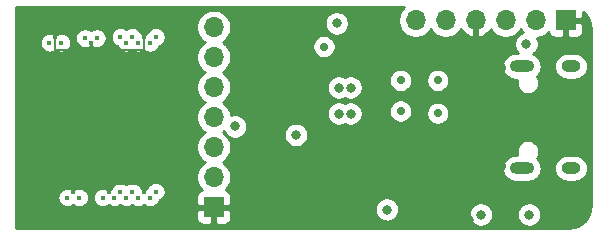
<source format=gbr>
%TF.GenerationSoftware,KiCad,Pcbnew,5.1.9-73d0e3b20d~88~ubuntu20.04.1*%
%TF.CreationDate,2021-06-05T19:28:38+02:00*%
%TF.ProjectId,wally,77616c6c-792e-46b6-9963-61645f706362,v1.03*%
%TF.SameCoordinates,Original*%
%TF.FileFunction,Copper,L2,Inr*%
%TF.FilePolarity,Positive*%
%FSLAX46Y46*%
G04 Gerber Fmt 4.6, Leading zero omitted, Abs format (unit mm)*
G04 Created by KiCad (PCBNEW 5.1.9-73d0e3b20d~88~ubuntu20.04.1) date 2021-06-05 19:28:38*
%MOMM*%
%LPD*%
G01*
G04 APERTURE LIST*
%TA.AperFunction,ComponentPad*%
%ADD10O,1.600000X1.000000*%
%TD*%
%TA.AperFunction,ComponentPad*%
%ADD11O,2.100000X1.000000*%
%TD*%
%TA.AperFunction,ComponentPad*%
%ADD12R,1.700000X1.700000*%
%TD*%
%TA.AperFunction,ComponentPad*%
%ADD13O,1.700000X1.700000*%
%TD*%
%TA.AperFunction,ViaPad*%
%ADD14C,0.400000*%
%TD*%
%TA.AperFunction,ViaPad*%
%ADD15C,0.800000*%
%TD*%
%TA.AperFunction,ViaPad*%
%ADD16C,0.700000*%
%TD*%
%TA.AperFunction,ViaPad*%
%ADD17C,0.750000*%
%TD*%
%TA.AperFunction,ViaPad*%
%ADD18C,0.600000*%
%TD*%
%TA.AperFunction,Conductor*%
%ADD19C,0.200000*%
%TD*%
%TA.AperFunction,Conductor*%
%ADD20C,0.254000*%
%TD*%
%TA.AperFunction,Conductor*%
%ADD21C,0.100000*%
%TD*%
G04 APERTURE END LIST*
D10*
%TO.N,N/C*%
%TO.C,J1*%
X172650000Y-95680000D03*
X172650000Y-104320000D03*
D11*
X168470000Y-104320000D03*
X168470000Y-95680000D03*
%TD*%
D12*
%TO.N,GND*%
%TO.C,J4*%
X172200000Y-91800000D03*
D13*
%TO.N,swdio*%
X169660000Y-91800000D03*
%TO.N,swclk*%
X167120000Y-91800000D03*
%TO.N,GND*%
X164580000Y-91800000D03*
%TO.N,uart_rx*%
X162040000Y-91800000D03*
%TO.N,uart_tx*%
X159500000Y-91800000D03*
%TD*%
D12*
%TO.N,GND*%
%TO.C,J5*%
X142400000Y-107620000D03*
D13*
%TO.N,hdmi_cec*%
X142400000Y-105080000D03*
%TO.N,hdmi_utility*%
X142400000Y-102540000D03*
%TO.N,hdmi_scl*%
X142400000Y-100000000D03*
%TO.N,hdmi_sda*%
X142400000Y-97460000D03*
%TO.N,hdmi_5v*%
X142400000Y-94920000D03*
%TO.N,hdmi_hpd*%
X142400000Y-92380000D03*
%TD*%
D14*
%TO.N,GND*%
X129000000Y-106800000D03*
X136500000Y-106300000D03*
X133500000Y-106300000D03*
X132000000Y-106800000D03*
D15*
X155190000Y-101770000D03*
D16*
X170530000Y-108240000D03*
D15*
X169120000Y-106340000D03*
X156680000Y-94670000D03*
X149180000Y-92050000D03*
X174000000Y-102000000D03*
X174000000Y-98000000D03*
D16*
X162920000Y-94720000D03*
D14*
X132000000Y-93700000D03*
X129000000Y-93200000D03*
X130500000Y-93200000D03*
D15*
X139775000Y-93200000D03*
X126225000Y-93200000D03*
X126225000Y-106800000D03*
X139775000Y-106800000D03*
D17*
X166850000Y-95850000D03*
X166850000Y-104150000D03*
D18*
X165600000Y-101370000D03*
D17*
X166720000Y-104900000D03*
X166720000Y-95100000D03*
D15*
X163990000Y-107240000D03*
X165020000Y-106340000D03*
D14*
X133500000Y-93200000D03*
X136500000Y-93200000D03*
D15*
X174000000Y-94000000D03*
X126000000Y-100000000D03*
X126000000Y-97000000D03*
X126000000Y-103000000D03*
X151000000Y-91000000D03*
X154000000Y-91000000D03*
X156890000Y-90990000D03*
X145000000Y-109100000D03*
X148000000Y-109100000D03*
X151000000Y-109100000D03*
X154000000Y-109100000D03*
X156970000Y-109100000D03*
X164000000Y-108730000D03*
X153110000Y-106770000D03*
X144460000Y-98705000D03*
D16*
X154290000Y-95975000D03*
D15*
X144470000Y-91305000D03*
X144470000Y-95745000D03*
D14*
X130500000Y-106300000D03*
D15*
X164000000Y-100325000D03*
D18*
X165610000Y-98629952D03*
D15*
X149370000Y-100000000D03*
X149360000Y-97510000D03*
X149370000Y-107500000D03*
X154920000Y-105180000D03*
D16*
%TO.N,+3V3*%
X161370000Y-96890000D03*
X158230000Y-96890000D03*
D15*
X165020000Y-108240000D03*
D16*
X158230000Y-99480000D03*
X161370000Y-99669996D03*
D15*
X169110000Y-108250000D03*
X157060000Y-107820000D03*
X149370000Y-101500000D03*
%TO.N,+5V*%
X168870000Y-93800002D03*
X153000000Y-97500000D03*
X153000000Y-99700000D03*
D14*
%TO.N,hdmi_hpd*%
X137500000Y-106300000D03*
X137500000Y-93200000D03*
%TO.N,hdmi_5v*%
X137000000Y-106800000D03*
X137000000Y-93700000D03*
%TO.N,hdmi_sda*%
X136000000Y-106800000D03*
X136000000Y-93700000D03*
D15*
X144210000Y-100780000D03*
D14*
%TO.N,hdmi_scl*%
X135500000Y-106300000D03*
X135500000Y-93200000D03*
%TO.N,hdmi_utility*%
X135000000Y-106800000D03*
X135000000Y-93700000D03*
%TO.N,hdmi_cec*%
X134500000Y-106300000D03*
X134500000Y-93200000D03*
%TO.N,Net-(J2-Pad12)*%
X134000000Y-106800000D03*
%TO.N,Net-(J2-Pad10)*%
X133000000Y-106800000D03*
%TO.N,Net-(J2-Pad9)*%
X132500000Y-93300000D03*
%TO.N,Net-(J2-Pad7)*%
X131500000Y-93300000D03*
%TO.N,Net-(J2-Pad6)*%
X131000000Y-106800000D03*
%TO.N,Net-(J2-Pad4)*%
X130000000Y-106800000D03*
%TO.N,Net-(J2-Pad3)*%
X129500000Y-93700000D03*
%TO.N,Net-(J2-Pad1)*%
X128500000Y-93700000D03*
D15*
%TO.N,hdmi_5v_en*%
X154000000Y-99700000D03*
X154000000Y-97500000D03*
%TO.N,hdmi_hpd_en*%
X152820000Y-92050000D03*
D16*
X151740000Y-94025000D03*
%TD*%
D19*
%TO.N,GND*%
X133500000Y-93940002D02*
X133500000Y-93200000D01*
X132000000Y-93950000D02*
X132000000Y-93700000D01*
X132000000Y-106800000D02*
X132000000Y-106059998D01*
X130500000Y-106050000D02*
X130500000Y-106300000D01*
X132000000Y-106059998D02*
X132000000Y-105900000D01*
X130500000Y-105950000D02*
X130500000Y-106050000D01*
X130500000Y-105950000D02*
X130500000Y-105900000D01*
X133500000Y-105900000D02*
X133500000Y-106300000D01*
X136500000Y-105900000D02*
X136500000Y-106300000D01*
X136250000Y-105650000D02*
X136500000Y-105900000D01*
X133750000Y-105650000D02*
X136250000Y-105650000D01*
X133500000Y-105900000D02*
X133750000Y-105650000D01*
X130500000Y-93200000D02*
X130500000Y-94200000D01*
X132000000Y-94200000D02*
X132000000Y-93950000D01*
X131850000Y-94350000D02*
X132000000Y-94200000D01*
X130650000Y-94350000D02*
X131850000Y-94350000D01*
X130500000Y-94200000D02*
X130650000Y-94350000D01*
X133500000Y-94150000D02*
X133500000Y-93940002D01*
X133500000Y-94200000D02*
X133500000Y-94150000D01*
X133350000Y-94350000D02*
X133500000Y-94200000D01*
X132150000Y-94350000D02*
X133350000Y-94350000D01*
X132000000Y-94200000D02*
X132150000Y-94350000D01*
X133650000Y-94350000D02*
X133500000Y-94200000D01*
X136350000Y-94350000D02*
X133650000Y-94350000D01*
X136500000Y-94200000D02*
X136350000Y-94350000D01*
X136500000Y-93200000D02*
X136500000Y-94200000D01*
X130630000Y-105650000D02*
X131750000Y-105650000D01*
X130500000Y-105780000D02*
X130630000Y-105650000D01*
X131750000Y-105650000D02*
X132000000Y-105900000D01*
X130500000Y-105900000D02*
X130500000Y-105780000D01*
X130500000Y-105770000D02*
X130500000Y-105900000D01*
X130380000Y-105650000D02*
X130500000Y-105770000D01*
X129000000Y-105770000D02*
X129120000Y-105650000D01*
X129120000Y-105650000D02*
X130380000Y-105650000D01*
X129000000Y-106800000D02*
X129000000Y-105770000D01*
X133500000Y-105800000D02*
X133500000Y-105900000D01*
X133350000Y-105650000D02*
X133500000Y-105800000D01*
X132250000Y-105650000D02*
X133350000Y-105650000D01*
X132000000Y-105900000D02*
X132250000Y-105650000D01*
X130350000Y-94350000D02*
X130500000Y-94200000D01*
X129000000Y-94200000D02*
X129150000Y-94350000D01*
X129150000Y-94350000D02*
X130350000Y-94350000D01*
X129000000Y-93200000D02*
X129000000Y-94200000D01*
%TD*%
D20*
%TO.N,GND*%
X158346525Y-90853368D02*
X158184010Y-91096589D01*
X158072068Y-91366842D01*
X158015000Y-91653740D01*
X158015000Y-91946260D01*
X158072068Y-92233158D01*
X158184010Y-92503411D01*
X158346525Y-92746632D01*
X158553368Y-92953475D01*
X158796589Y-93115990D01*
X159066842Y-93227932D01*
X159353740Y-93285000D01*
X159646260Y-93285000D01*
X159933158Y-93227932D01*
X160203411Y-93115990D01*
X160446632Y-92953475D01*
X160653475Y-92746632D01*
X160770000Y-92572240D01*
X160886525Y-92746632D01*
X161093368Y-92953475D01*
X161336589Y-93115990D01*
X161606842Y-93227932D01*
X161893740Y-93285000D01*
X162186260Y-93285000D01*
X162473158Y-93227932D01*
X162743411Y-93115990D01*
X162986632Y-92953475D01*
X163193475Y-92746632D01*
X163315195Y-92564466D01*
X163384822Y-92681355D01*
X163579731Y-92897588D01*
X163813080Y-93071641D01*
X164075901Y-93196825D01*
X164223110Y-93241476D01*
X164453000Y-93120155D01*
X164453000Y-91927000D01*
X164433000Y-91927000D01*
X164433000Y-91673000D01*
X164453000Y-91673000D01*
X164453000Y-91653000D01*
X164707000Y-91653000D01*
X164707000Y-91673000D01*
X164727000Y-91673000D01*
X164727000Y-91927000D01*
X164707000Y-91927000D01*
X164707000Y-93120155D01*
X164936890Y-93241476D01*
X165084099Y-93196825D01*
X165346920Y-93071641D01*
X165580269Y-92897588D01*
X165775178Y-92681355D01*
X165844805Y-92564466D01*
X165966525Y-92746632D01*
X166173368Y-92953475D01*
X166416589Y-93115990D01*
X166686842Y-93227932D01*
X166973740Y-93285000D01*
X167266260Y-93285000D01*
X167553158Y-93227932D01*
X167823411Y-93115990D01*
X168066632Y-92953475D01*
X168273475Y-92746632D01*
X168390000Y-92572240D01*
X168506525Y-92746632D01*
X168565675Y-92805782D01*
X168379744Y-92882797D01*
X168210226Y-92996065D01*
X168066063Y-93140228D01*
X167952795Y-93309746D01*
X167874774Y-93498104D01*
X167835000Y-93698063D01*
X167835000Y-93901941D01*
X167874774Y-94101900D01*
X167952795Y-94290258D01*
X168066063Y-94459776D01*
X168151287Y-94545000D01*
X167864248Y-94545000D01*
X167697501Y-94561423D01*
X167483553Y-94626324D01*
X167286377Y-94731716D01*
X167113551Y-94873551D01*
X166971716Y-95046377D01*
X166866324Y-95243553D01*
X166801423Y-95457501D01*
X166779509Y-95680000D01*
X166801423Y-95902499D01*
X166866324Y-96116447D01*
X166971716Y-96313623D01*
X167113551Y-96486449D01*
X167286377Y-96628284D01*
X167483553Y-96733676D01*
X167697501Y-96798577D01*
X167864248Y-96815000D01*
X168083096Y-96815000D01*
X168076892Y-96829978D01*
X168040000Y-97015448D01*
X168040000Y-97204552D01*
X168076892Y-97390022D01*
X168149259Y-97564731D01*
X168254319Y-97721964D01*
X168388036Y-97855681D01*
X168545269Y-97960741D01*
X168719978Y-98033108D01*
X168905448Y-98070000D01*
X169094552Y-98070000D01*
X169280022Y-98033108D01*
X169454731Y-97960741D01*
X169611964Y-97855681D01*
X169745681Y-97721964D01*
X169850741Y-97564731D01*
X169923108Y-97390022D01*
X169960000Y-97204552D01*
X169960000Y-97015448D01*
X169923108Y-96829978D01*
X169850741Y-96655269D01*
X169769285Y-96533362D01*
X169826449Y-96486449D01*
X169968284Y-96313623D01*
X170073676Y-96116447D01*
X170138577Y-95902499D01*
X170160491Y-95680000D01*
X171209509Y-95680000D01*
X171231423Y-95902499D01*
X171296324Y-96116447D01*
X171401716Y-96313623D01*
X171543551Y-96486449D01*
X171716377Y-96628284D01*
X171913553Y-96733676D01*
X172127501Y-96798577D01*
X172294248Y-96815000D01*
X173005752Y-96815000D01*
X173172499Y-96798577D01*
X173386447Y-96733676D01*
X173583623Y-96628284D01*
X173756449Y-96486449D01*
X173898284Y-96313623D01*
X174003676Y-96116447D01*
X174068577Y-95902499D01*
X174090491Y-95680000D01*
X174068577Y-95457501D01*
X174003676Y-95243553D01*
X173898284Y-95046377D01*
X173756449Y-94873551D01*
X173583623Y-94731716D01*
X173386447Y-94626324D01*
X173172499Y-94561423D01*
X173005752Y-94545000D01*
X172294248Y-94545000D01*
X172127501Y-94561423D01*
X171913553Y-94626324D01*
X171716377Y-94731716D01*
X171543551Y-94873551D01*
X171401716Y-95046377D01*
X171296324Y-95243553D01*
X171231423Y-95457501D01*
X171209509Y-95680000D01*
X170160491Y-95680000D01*
X170138577Y-95457501D01*
X170073676Y-95243553D01*
X169968284Y-95046377D01*
X169826449Y-94873551D01*
X169653623Y-94731716D01*
X169478573Y-94638150D01*
X169529774Y-94603939D01*
X169673937Y-94459776D01*
X169787205Y-94290258D01*
X169865226Y-94101900D01*
X169905000Y-93901941D01*
X169905000Y-93698063D01*
X169865226Y-93498104D01*
X169787205Y-93309746D01*
X169770670Y-93285000D01*
X169806260Y-93285000D01*
X170093158Y-93227932D01*
X170363411Y-93115990D01*
X170606632Y-92953475D01*
X170738487Y-92821620D01*
X170760498Y-92894180D01*
X170819463Y-93004494D01*
X170898815Y-93101185D01*
X170995506Y-93180537D01*
X171105820Y-93239502D01*
X171225518Y-93275812D01*
X171350000Y-93288072D01*
X171914250Y-93285000D01*
X172073000Y-93126250D01*
X172073000Y-91927000D01*
X172327000Y-91927000D01*
X172327000Y-93126250D01*
X172485750Y-93285000D01*
X173050000Y-93288072D01*
X173174482Y-93275812D01*
X173294180Y-93239502D01*
X173404494Y-93180537D01*
X173501185Y-93101185D01*
X173580537Y-93004494D01*
X173639502Y-92894180D01*
X173675812Y-92774482D01*
X173688072Y-92650000D01*
X173685000Y-92085750D01*
X173526250Y-91927000D01*
X172327000Y-91927000D01*
X172073000Y-91927000D01*
X172053000Y-91927000D01*
X172053000Y-91673000D01*
X172073000Y-91673000D01*
X172073000Y-91653000D01*
X172327000Y-91653000D01*
X172327000Y-91673000D01*
X173526250Y-91673000D01*
X173685000Y-91514250D01*
X173687205Y-91109294D01*
X173794299Y-91196637D01*
X174022806Y-91472856D01*
X174193310Y-91788197D01*
X174299319Y-92130656D01*
X174340000Y-92517712D01*
X174340001Y-107467711D01*
X174301853Y-107856776D01*
X174198238Y-108199964D01*
X174029939Y-108516489D01*
X173803365Y-108794296D01*
X173527146Y-109022805D01*
X173211803Y-109193310D01*
X172869344Y-109299319D01*
X172482288Y-109340000D01*
X125660000Y-109340000D01*
X125660000Y-108470000D01*
X140911928Y-108470000D01*
X140924188Y-108594482D01*
X140960498Y-108714180D01*
X141019463Y-108824494D01*
X141098815Y-108921185D01*
X141195506Y-109000537D01*
X141305820Y-109059502D01*
X141425518Y-109095812D01*
X141550000Y-109108072D01*
X142114250Y-109105000D01*
X142273000Y-108946250D01*
X142273000Y-107747000D01*
X142527000Y-107747000D01*
X142527000Y-108946250D01*
X142685750Y-109105000D01*
X143250000Y-109108072D01*
X143374482Y-109095812D01*
X143494180Y-109059502D01*
X143604494Y-109000537D01*
X143701185Y-108921185D01*
X143780537Y-108824494D01*
X143839502Y-108714180D01*
X143875812Y-108594482D01*
X143888072Y-108470000D01*
X143885000Y-107905750D01*
X143726250Y-107747000D01*
X142527000Y-107747000D01*
X142273000Y-107747000D01*
X141073750Y-107747000D01*
X140915000Y-107905750D01*
X140911928Y-108470000D01*
X125660000Y-108470000D01*
X125660000Y-107718061D01*
X156025000Y-107718061D01*
X156025000Y-107921939D01*
X156064774Y-108121898D01*
X156142795Y-108310256D01*
X156256063Y-108479774D01*
X156400226Y-108623937D01*
X156569744Y-108737205D01*
X156758102Y-108815226D01*
X156958061Y-108855000D01*
X157161939Y-108855000D01*
X157361898Y-108815226D01*
X157550256Y-108737205D01*
X157719774Y-108623937D01*
X157863937Y-108479774D01*
X157977205Y-108310256D01*
X158048531Y-108138061D01*
X163985000Y-108138061D01*
X163985000Y-108341939D01*
X164024774Y-108541898D01*
X164102795Y-108730256D01*
X164216063Y-108899774D01*
X164360226Y-109043937D01*
X164529744Y-109157205D01*
X164718102Y-109235226D01*
X164918061Y-109275000D01*
X165121939Y-109275000D01*
X165321898Y-109235226D01*
X165510256Y-109157205D01*
X165679774Y-109043937D01*
X165823937Y-108899774D01*
X165937205Y-108730256D01*
X166015226Y-108541898D01*
X166055000Y-108341939D01*
X166055000Y-108148061D01*
X168075000Y-108148061D01*
X168075000Y-108351939D01*
X168114774Y-108551898D01*
X168192795Y-108740256D01*
X168306063Y-108909774D01*
X168450226Y-109053937D01*
X168619744Y-109167205D01*
X168808102Y-109245226D01*
X169008061Y-109285000D01*
X169211939Y-109285000D01*
X169411898Y-109245226D01*
X169600256Y-109167205D01*
X169769774Y-109053937D01*
X169913937Y-108909774D01*
X170027205Y-108740256D01*
X170105226Y-108551898D01*
X170145000Y-108351939D01*
X170145000Y-108148061D01*
X170105226Y-107948102D01*
X170027205Y-107759744D01*
X169913937Y-107590226D01*
X169769774Y-107446063D01*
X169600256Y-107332795D01*
X169411898Y-107254774D01*
X169211939Y-107215000D01*
X169008061Y-107215000D01*
X168808102Y-107254774D01*
X168619744Y-107332795D01*
X168450226Y-107446063D01*
X168306063Y-107590226D01*
X168192795Y-107759744D01*
X168114774Y-107948102D01*
X168075000Y-108148061D01*
X166055000Y-108148061D01*
X166055000Y-108138061D01*
X166015226Y-107938102D01*
X165937205Y-107749744D01*
X165823937Y-107580226D01*
X165679774Y-107436063D01*
X165510256Y-107322795D01*
X165321898Y-107244774D01*
X165121939Y-107205000D01*
X164918061Y-107205000D01*
X164718102Y-107244774D01*
X164529744Y-107322795D01*
X164360226Y-107436063D01*
X164216063Y-107580226D01*
X164102795Y-107749744D01*
X164024774Y-107938102D01*
X163985000Y-108138061D01*
X158048531Y-108138061D01*
X158055226Y-108121898D01*
X158095000Y-107921939D01*
X158095000Y-107718061D01*
X158055226Y-107518102D01*
X157977205Y-107329744D01*
X157863937Y-107160226D01*
X157719774Y-107016063D01*
X157550256Y-106902795D01*
X157361898Y-106824774D01*
X157161939Y-106785000D01*
X156958061Y-106785000D01*
X156758102Y-106824774D01*
X156569744Y-106902795D01*
X156400226Y-107016063D01*
X156256063Y-107160226D01*
X156142795Y-107329744D01*
X156064774Y-107518102D01*
X156025000Y-107718061D01*
X125660000Y-107718061D01*
X125660000Y-106717760D01*
X129165000Y-106717760D01*
X129165000Y-106882240D01*
X129197089Y-107043560D01*
X129260033Y-107195521D01*
X129351413Y-107332281D01*
X129467719Y-107448587D01*
X129604479Y-107539967D01*
X129756440Y-107602911D01*
X129917760Y-107635000D01*
X130082240Y-107635000D01*
X130243560Y-107602911D01*
X130395521Y-107539967D01*
X130500000Y-107470156D01*
X130604479Y-107539967D01*
X130756440Y-107602911D01*
X130917760Y-107635000D01*
X131082240Y-107635000D01*
X131243560Y-107602911D01*
X131395521Y-107539967D01*
X131532281Y-107448587D01*
X131648587Y-107332281D01*
X131739967Y-107195521D01*
X131802911Y-107043560D01*
X131835000Y-106882240D01*
X131835000Y-106717760D01*
X132165000Y-106717760D01*
X132165000Y-106882240D01*
X132197089Y-107043560D01*
X132260033Y-107195521D01*
X132351413Y-107332281D01*
X132467719Y-107448587D01*
X132604479Y-107539967D01*
X132756440Y-107602911D01*
X132917760Y-107635000D01*
X133082240Y-107635000D01*
X133243560Y-107602911D01*
X133395521Y-107539967D01*
X133500000Y-107470156D01*
X133604479Y-107539967D01*
X133756440Y-107602911D01*
X133917760Y-107635000D01*
X134082240Y-107635000D01*
X134243560Y-107602911D01*
X134395521Y-107539967D01*
X134500000Y-107470156D01*
X134604479Y-107539967D01*
X134756440Y-107602911D01*
X134917760Y-107635000D01*
X135082240Y-107635000D01*
X135243560Y-107602911D01*
X135395521Y-107539967D01*
X135500000Y-107470156D01*
X135604479Y-107539967D01*
X135756440Y-107602911D01*
X135917760Y-107635000D01*
X136082240Y-107635000D01*
X136243560Y-107602911D01*
X136395521Y-107539967D01*
X136500000Y-107470156D01*
X136604479Y-107539967D01*
X136756440Y-107602911D01*
X136917760Y-107635000D01*
X137082240Y-107635000D01*
X137243560Y-107602911D01*
X137395521Y-107539967D01*
X137532281Y-107448587D01*
X137648587Y-107332281D01*
X137739967Y-107195521D01*
X137785528Y-107085528D01*
X137895521Y-107039967D01*
X138032281Y-106948587D01*
X138148587Y-106832281D01*
X138190201Y-106770000D01*
X140911928Y-106770000D01*
X140915000Y-107334250D01*
X141073750Y-107493000D01*
X142273000Y-107493000D01*
X142273000Y-107473000D01*
X142527000Y-107473000D01*
X142527000Y-107493000D01*
X143726250Y-107493000D01*
X143885000Y-107334250D01*
X143888072Y-106770000D01*
X143875812Y-106645518D01*
X143839502Y-106525820D01*
X143780537Y-106415506D01*
X143701185Y-106318815D01*
X143604494Y-106239463D01*
X143494180Y-106180498D01*
X143421620Y-106158487D01*
X143553475Y-106026632D01*
X143715990Y-105783411D01*
X143827932Y-105513158D01*
X143885000Y-105226260D01*
X143885000Y-104933740D01*
X143827932Y-104646842D01*
X143715990Y-104376589D01*
X143678179Y-104320000D01*
X166779509Y-104320000D01*
X166801423Y-104542499D01*
X166866324Y-104756447D01*
X166971716Y-104953623D01*
X167113551Y-105126449D01*
X167286377Y-105268284D01*
X167483553Y-105373676D01*
X167697501Y-105438577D01*
X167864248Y-105455000D01*
X169075752Y-105455000D01*
X169242499Y-105438577D01*
X169456447Y-105373676D01*
X169653623Y-105268284D01*
X169826449Y-105126449D01*
X169968284Y-104953623D01*
X170073676Y-104756447D01*
X170138577Y-104542499D01*
X170160491Y-104320000D01*
X171209509Y-104320000D01*
X171231423Y-104542499D01*
X171296324Y-104756447D01*
X171401716Y-104953623D01*
X171543551Y-105126449D01*
X171716377Y-105268284D01*
X171913553Y-105373676D01*
X172127501Y-105438577D01*
X172294248Y-105455000D01*
X173005752Y-105455000D01*
X173172499Y-105438577D01*
X173386447Y-105373676D01*
X173583623Y-105268284D01*
X173756449Y-105126449D01*
X173898284Y-104953623D01*
X174003676Y-104756447D01*
X174068577Y-104542499D01*
X174090491Y-104320000D01*
X174068577Y-104097501D01*
X174003676Y-103883553D01*
X173898284Y-103686377D01*
X173756449Y-103513551D01*
X173583623Y-103371716D01*
X173386447Y-103266324D01*
X173172499Y-103201423D01*
X173005752Y-103185000D01*
X172294248Y-103185000D01*
X172127501Y-103201423D01*
X171913553Y-103266324D01*
X171716377Y-103371716D01*
X171543551Y-103513551D01*
X171401716Y-103686377D01*
X171296324Y-103883553D01*
X171231423Y-104097501D01*
X171209509Y-104320000D01*
X170160491Y-104320000D01*
X170138577Y-104097501D01*
X170073676Y-103883553D01*
X169968284Y-103686377D01*
X169826449Y-103513551D01*
X169769285Y-103466638D01*
X169850741Y-103344731D01*
X169923108Y-103170022D01*
X169960000Y-102984552D01*
X169960000Y-102795448D01*
X169923108Y-102609978D01*
X169850741Y-102435269D01*
X169745681Y-102278036D01*
X169611964Y-102144319D01*
X169454731Y-102039259D01*
X169280022Y-101966892D01*
X169094552Y-101930000D01*
X168905448Y-101930000D01*
X168719978Y-101966892D01*
X168545269Y-102039259D01*
X168388036Y-102144319D01*
X168254319Y-102278036D01*
X168149259Y-102435269D01*
X168076892Y-102609978D01*
X168040000Y-102795448D01*
X168040000Y-102984552D01*
X168076892Y-103170022D01*
X168083096Y-103185000D01*
X167864248Y-103185000D01*
X167697501Y-103201423D01*
X167483553Y-103266324D01*
X167286377Y-103371716D01*
X167113551Y-103513551D01*
X166971716Y-103686377D01*
X166866324Y-103883553D01*
X166801423Y-104097501D01*
X166779509Y-104320000D01*
X143678179Y-104320000D01*
X143553475Y-104133368D01*
X143346632Y-103926525D01*
X143172240Y-103810000D01*
X143346632Y-103693475D01*
X143553475Y-103486632D01*
X143715990Y-103243411D01*
X143827932Y-102973158D01*
X143885000Y-102686260D01*
X143885000Y-102393740D01*
X143827932Y-102106842D01*
X143715990Y-101836589D01*
X143553475Y-101593368D01*
X143346632Y-101386525D01*
X143172240Y-101270000D01*
X143266579Y-101206965D01*
X143292795Y-101270256D01*
X143406063Y-101439774D01*
X143550226Y-101583937D01*
X143719744Y-101697205D01*
X143908102Y-101775226D01*
X144108061Y-101815000D01*
X144311939Y-101815000D01*
X144511898Y-101775226D01*
X144700256Y-101697205D01*
X144869774Y-101583937D01*
X145013937Y-101439774D01*
X145041808Y-101398061D01*
X148335000Y-101398061D01*
X148335000Y-101601939D01*
X148374774Y-101801898D01*
X148452795Y-101990256D01*
X148566063Y-102159774D01*
X148710226Y-102303937D01*
X148879744Y-102417205D01*
X149068102Y-102495226D01*
X149268061Y-102535000D01*
X149471939Y-102535000D01*
X149671898Y-102495226D01*
X149860256Y-102417205D01*
X150029774Y-102303937D01*
X150173937Y-102159774D01*
X150287205Y-101990256D01*
X150365226Y-101801898D01*
X150405000Y-101601939D01*
X150405000Y-101398061D01*
X150365226Y-101198102D01*
X150287205Y-101009744D01*
X150173937Y-100840226D01*
X150029774Y-100696063D01*
X149860256Y-100582795D01*
X149671898Y-100504774D01*
X149471939Y-100465000D01*
X149268061Y-100465000D01*
X149068102Y-100504774D01*
X148879744Y-100582795D01*
X148710226Y-100696063D01*
X148566063Y-100840226D01*
X148452795Y-101009744D01*
X148374774Y-101198102D01*
X148335000Y-101398061D01*
X145041808Y-101398061D01*
X145127205Y-101270256D01*
X145205226Y-101081898D01*
X145245000Y-100881939D01*
X145245000Y-100678061D01*
X145205226Y-100478102D01*
X145127205Y-100289744D01*
X145013937Y-100120226D01*
X144869774Y-99976063D01*
X144700256Y-99862795D01*
X144511898Y-99784774D01*
X144311939Y-99745000D01*
X144108061Y-99745000D01*
X143908102Y-99784774D01*
X143874085Y-99798865D01*
X143834142Y-99598061D01*
X151965000Y-99598061D01*
X151965000Y-99801939D01*
X152004774Y-100001898D01*
X152082795Y-100190256D01*
X152196063Y-100359774D01*
X152340226Y-100503937D01*
X152509744Y-100617205D01*
X152698102Y-100695226D01*
X152898061Y-100735000D01*
X153101939Y-100735000D01*
X153301898Y-100695226D01*
X153490256Y-100617205D01*
X153500000Y-100610694D01*
X153509744Y-100617205D01*
X153698102Y-100695226D01*
X153898061Y-100735000D01*
X154101939Y-100735000D01*
X154301898Y-100695226D01*
X154490256Y-100617205D01*
X154659774Y-100503937D01*
X154803937Y-100359774D01*
X154917205Y-100190256D01*
X154995226Y-100001898D01*
X155035000Y-99801939D01*
X155035000Y-99598061D01*
X154995226Y-99398102D01*
X154988965Y-99382986D01*
X157245000Y-99382986D01*
X157245000Y-99577014D01*
X157282853Y-99767314D01*
X157357104Y-99946572D01*
X157464901Y-100107901D01*
X157602099Y-100245099D01*
X157763428Y-100352896D01*
X157942686Y-100427147D01*
X158132986Y-100465000D01*
X158327014Y-100465000D01*
X158517314Y-100427147D01*
X158696572Y-100352896D01*
X158857901Y-100245099D01*
X158995099Y-100107901D01*
X159102896Y-99946572D01*
X159177147Y-99767314D01*
X159215000Y-99577014D01*
X159215000Y-99572982D01*
X160385000Y-99572982D01*
X160385000Y-99767010D01*
X160422853Y-99957310D01*
X160497104Y-100136568D01*
X160604901Y-100297897D01*
X160742099Y-100435095D01*
X160903428Y-100542892D01*
X161082686Y-100617143D01*
X161272986Y-100654996D01*
X161467014Y-100654996D01*
X161657314Y-100617143D01*
X161836572Y-100542892D01*
X161997901Y-100435095D01*
X162135099Y-100297897D01*
X162242896Y-100136568D01*
X162317147Y-99957310D01*
X162355000Y-99767010D01*
X162355000Y-99572982D01*
X162317147Y-99382682D01*
X162242896Y-99203424D01*
X162135099Y-99042095D01*
X161997901Y-98904897D01*
X161836572Y-98797100D01*
X161657314Y-98722849D01*
X161467014Y-98684996D01*
X161272986Y-98684996D01*
X161082686Y-98722849D01*
X160903428Y-98797100D01*
X160742099Y-98904897D01*
X160604901Y-99042095D01*
X160497104Y-99203424D01*
X160422853Y-99382682D01*
X160385000Y-99572982D01*
X159215000Y-99572982D01*
X159215000Y-99382986D01*
X159177147Y-99192686D01*
X159102896Y-99013428D01*
X158995099Y-98852099D01*
X158857901Y-98714901D01*
X158696572Y-98607104D01*
X158517314Y-98532853D01*
X158327014Y-98495000D01*
X158132986Y-98495000D01*
X157942686Y-98532853D01*
X157763428Y-98607104D01*
X157602099Y-98714901D01*
X157464901Y-98852099D01*
X157357104Y-99013428D01*
X157282853Y-99192686D01*
X157245000Y-99382986D01*
X154988965Y-99382986D01*
X154917205Y-99209744D01*
X154803937Y-99040226D01*
X154659774Y-98896063D01*
X154490256Y-98782795D01*
X154301898Y-98704774D01*
X154101939Y-98665000D01*
X153898061Y-98665000D01*
X153698102Y-98704774D01*
X153509744Y-98782795D01*
X153500000Y-98789306D01*
X153490256Y-98782795D01*
X153301898Y-98704774D01*
X153101939Y-98665000D01*
X152898061Y-98665000D01*
X152698102Y-98704774D01*
X152509744Y-98782795D01*
X152340226Y-98896063D01*
X152196063Y-99040226D01*
X152082795Y-99209744D01*
X152004774Y-99398102D01*
X151965000Y-99598061D01*
X143834142Y-99598061D01*
X143827932Y-99566842D01*
X143715990Y-99296589D01*
X143553475Y-99053368D01*
X143346632Y-98846525D01*
X143172240Y-98730000D01*
X143346632Y-98613475D01*
X143553475Y-98406632D01*
X143715990Y-98163411D01*
X143827932Y-97893158D01*
X143885000Y-97606260D01*
X143885000Y-97398061D01*
X151965000Y-97398061D01*
X151965000Y-97601939D01*
X152004774Y-97801898D01*
X152082795Y-97990256D01*
X152196063Y-98159774D01*
X152340226Y-98303937D01*
X152509744Y-98417205D01*
X152698102Y-98495226D01*
X152898061Y-98535000D01*
X153101939Y-98535000D01*
X153301898Y-98495226D01*
X153490256Y-98417205D01*
X153500000Y-98410694D01*
X153509744Y-98417205D01*
X153698102Y-98495226D01*
X153898061Y-98535000D01*
X154101939Y-98535000D01*
X154301898Y-98495226D01*
X154490256Y-98417205D01*
X154659774Y-98303937D01*
X154803937Y-98159774D01*
X154917205Y-97990256D01*
X154995226Y-97801898D01*
X155035000Y-97601939D01*
X155035000Y-97398061D01*
X154995226Y-97198102D01*
X154917205Y-97009744D01*
X154803937Y-96840226D01*
X154756697Y-96792986D01*
X157245000Y-96792986D01*
X157245000Y-96987014D01*
X157282853Y-97177314D01*
X157357104Y-97356572D01*
X157464901Y-97517901D01*
X157602099Y-97655099D01*
X157763428Y-97762896D01*
X157942686Y-97837147D01*
X158132986Y-97875000D01*
X158327014Y-97875000D01*
X158517314Y-97837147D01*
X158696572Y-97762896D01*
X158857901Y-97655099D01*
X158995099Y-97517901D01*
X159102896Y-97356572D01*
X159177147Y-97177314D01*
X159215000Y-96987014D01*
X159215000Y-96792986D01*
X160385000Y-96792986D01*
X160385000Y-96987014D01*
X160422853Y-97177314D01*
X160497104Y-97356572D01*
X160604901Y-97517901D01*
X160742099Y-97655099D01*
X160903428Y-97762896D01*
X161082686Y-97837147D01*
X161272986Y-97875000D01*
X161467014Y-97875000D01*
X161657314Y-97837147D01*
X161836572Y-97762896D01*
X161997901Y-97655099D01*
X162135099Y-97517901D01*
X162242896Y-97356572D01*
X162317147Y-97177314D01*
X162355000Y-96987014D01*
X162355000Y-96792986D01*
X162317147Y-96602686D01*
X162242896Y-96423428D01*
X162135099Y-96262099D01*
X161997901Y-96124901D01*
X161836572Y-96017104D01*
X161657314Y-95942853D01*
X161467014Y-95905000D01*
X161272986Y-95905000D01*
X161082686Y-95942853D01*
X160903428Y-96017104D01*
X160742099Y-96124901D01*
X160604901Y-96262099D01*
X160497104Y-96423428D01*
X160422853Y-96602686D01*
X160385000Y-96792986D01*
X159215000Y-96792986D01*
X159177147Y-96602686D01*
X159102896Y-96423428D01*
X158995099Y-96262099D01*
X158857901Y-96124901D01*
X158696572Y-96017104D01*
X158517314Y-95942853D01*
X158327014Y-95905000D01*
X158132986Y-95905000D01*
X157942686Y-95942853D01*
X157763428Y-96017104D01*
X157602099Y-96124901D01*
X157464901Y-96262099D01*
X157357104Y-96423428D01*
X157282853Y-96602686D01*
X157245000Y-96792986D01*
X154756697Y-96792986D01*
X154659774Y-96696063D01*
X154490256Y-96582795D01*
X154301898Y-96504774D01*
X154101939Y-96465000D01*
X153898061Y-96465000D01*
X153698102Y-96504774D01*
X153509744Y-96582795D01*
X153500000Y-96589306D01*
X153490256Y-96582795D01*
X153301898Y-96504774D01*
X153101939Y-96465000D01*
X152898061Y-96465000D01*
X152698102Y-96504774D01*
X152509744Y-96582795D01*
X152340226Y-96696063D01*
X152196063Y-96840226D01*
X152082795Y-97009744D01*
X152004774Y-97198102D01*
X151965000Y-97398061D01*
X143885000Y-97398061D01*
X143885000Y-97313740D01*
X143827932Y-97026842D01*
X143715990Y-96756589D01*
X143553475Y-96513368D01*
X143346632Y-96306525D01*
X143172240Y-96190000D01*
X143346632Y-96073475D01*
X143553475Y-95866632D01*
X143715990Y-95623411D01*
X143827932Y-95353158D01*
X143885000Y-95066260D01*
X143885000Y-94773740D01*
X143827932Y-94486842D01*
X143715990Y-94216589D01*
X143553475Y-93973368D01*
X143508093Y-93927986D01*
X150755000Y-93927986D01*
X150755000Y-94122014D01*
X150792853Y-94312314D01*
X150867104Y-94491572D01*
X150974901Y-94652901D01*
X151112099Y-94790099D01*
X151273428Y-94897896D01*
X151452686Y-94972147D01*
X151642986Y-95010000D01*
X151837014Y-95010000D01*
X152027314Y-94972147D01*
X152206572Y-94897896D01*
X152367901Y-94790099D01*
X152505099Y-94652901D01*
X152612896Y-94491572D01*
X152687147Y-94312314D01*
X152725000Y-94122014D01*
X152725000Y-93927986D01*
X152687147Y-93737686D01*
X152612896Y-93558428D01*
X152505099Y-93397099D01*
X152367901Y-93259901D01*
X152206572Y-93152104D01*
X152027314Y-93077853D01*
X151837014Y-93040000D01*
X151642986Y-93040000D01*
X151452686Y-93077853D01*
X151273428Y-93152104D01*
X151112099Y-93259901D01*
X150974901Y-93397099D01*
X150867104Y-93558428D01*
X150792853Y-93737686D01*
X150755000Y-93927986D01*
X143508093Y-93927986D01*
X143346632Y-93766525D01*
X143172240Y-93650000D01*
X143346632Y-93533475D01*
X143553475Y-93326632D01*
X143715990Y-93083411D01*
X143827932Y-92813158D01*
X143885000Y-92526260D01*
X143885000Y-92233740D01*
X143828175Y-91948061D01*
X151785000Y-91948061D01*
X151785000Y-92151939D01*
X151824774Y-92351898D01*
X151902795Y-92540256D01*
X152016063Y-92709774D01*
X152160226Y-92853937D01*
X152329744Y-92967205D01*
X152518102Y-93045226D01*
X152718061Y-93085000D01*
X152921939Y-93085000D01*
X153121898Y-93045226D01*
X153310256Y-92967205D01*
X153479774Y-92853937D01*
X153623937Y-92709774D01*
X153737205Y-92540256D01*
X153815226Y-92351898D01*
X153855000Y-92151939D01*
X153855000Y-91948061D01*
X153815226Y-91748102D01*
X153737205Y-91559744D01*
X153623937Y-91390226D01*
X153479774Y-91246063D01*
X153310256Y-91132795D01*
X153121898Y-91054774D01*
X152921939Y-91015000D01*
X152718061Y-91015000D01*
X152518102Y-91054774D01*
X152329744Y-91132795D01*
X152160226Y-91246063D01*
X152016063Y-91390226D01*
X151902795Y-91559744D01*
X151824774Y-91748102D01*
X151785000Y-91948061D01*
X143828175Y-91948061D01*
X143827932Y-91946842D01*
X143715990Y-91676589D01*
X143553475Y-91433368D01*
X143346632Y-91226525D01*
X143103411Y-91064010D01*
X142833158Y-90952068D01*
X142546260Y-90895000D01*
X142253740Y-90895000D01*
X141966842Y-90952068D01*
X141696589Y-91064010D01*
X141453368Y-91226525D01*
X141246525Y-91433368D01*
X141084010Y-91676589D01*
X140972068Y-91946842D01*
X140915000Y-92233740D01*
X140915000Y-92526260D01*
X140972068Y-92813158D01*
X141084010Y-93083411D01*
X141246525Y-93326632D01*
X141453368Y-93533475D01*
X141627760Y-93650000D01*
X141453368Y-93766525D01*
X141246525Y-93973368D01*
X141084010Y-94216589D01*
X140972068Y-94486842D01*
X140915000Y-94773740D01*
X140915000Y-95066260D01*
X140972068Y-95353158D01*
X141084010Y-95623411D01*
X141246525Y-95866632D01*
X141453368Y-96073475D01*
X141627760Y-96190000D01*
X141453368Y-96306525D01*
X141246525Y-96513368D01*
X141084010Y-96756589D01*
X140972068Y-97026842D01*
X140915000Y-97313740D01*
X140915000Y-97606260D01*
X140972068Y-97893158D01*
X141084010Y-98163411D01*
X141246525Y-98406632D01*
X141453368Y-98613475D01*
X141627760Y-98730000D01*
X141453368Y-98846525D01*
X141246525Y-99053368D01*
X141084010Y-99296589D01*
X140972068Y-99566842D01*
X140915000Y-99853740D01*
X140915000Y-100146260D01*
X140972068Y-100433158D01*
X141084010Y-100703411D01*
X141246525Y-100946632D01*
X141453368Y-101153475D01*
X141627760Y-101270000D01*
X141453368Y-101386525D01*
X141246525Y-101593368D01*
X141084010Y-101836589D01*
X140972068Y-102106842D01*
X140915000Y-102393740D01*
X140915000Y-102686260D01*
X140972068Y-102973158D01*
X141084010Y-103243411D01*
X141246525Y-103486632D01*
X141453368Y-103693475D01*
X141627760Y-103810000D01*
X141453368Y-103926525D01*
X141246525Y-104133368D01*
X141084010Y-104376589D01*
X140972068Y-104646842D01*
X140915000Y-104933740D01*
X140915000Y-105226260D01*
X140972068Y-105513158D01*
X141084010Y-105783411D01*
X141246525Y-106026632D01*
X141378380Y-106158487D01*
X141305820Y-106180498D01*
X141195506Y-106239463D01*
X141098815Y-106318815D01*
X141019463Y-106415506D01*
X140960498Y-106525820D01*
X140924188Y-106645518D01*
X140911928Y-106770000D01*
X138190201Y-106770000D01*
X138239967Y-106695521D01*
X138302911Y-106543560D01*
X138335000Y-106382240D01*
X138335000Y-106217760D01*
X138302911Y-106056440D01*
X138239967Y-105904479D01*
X138148587Y-105767719D01*
X138032281Y-105651413D01*
X137895521Y-105560033D01*
X137743560Y-105497089D01*
X137582240Y-105465000D01*
X137417760Y-105465000D01*
X137256440Y-105497089D01*
X137104479Y-105560033D01*
X136967719Y-105651413D01*
X136851413Y-105767719D01*
X136760033Y-105904479D01*
X136714472Y-106014472D01*
X136604479Y-106060033D01*
X136500000Y-106129844D01*
X136395521Y-106060033D01*
X136285528Y-106014472D01*
X136239967Y-105904479D01*
X136148587Y-105767719D01*
X136032281Y-105651413D01*
X135895521Y-105560033D01*
X135743560Y-105497089D01*
X135582240Y-105465000D01*
X135417760Y-105465000D01*
X135256440Y-105497089D01*
X135104479Y-105560033D01*
X135000000Y-105629844D01*
X134895521Y-105560033D01*
X134743560Y-105497089D01*
X134582240Y-105465000D01*
X134417760Y-105465000D01*
X134256440Y-105497089D01*
X134104479Y-105560033D01*
X133967719Y-105651413D01*
X133851413Y-105767719D01*
X133760033Y-105904479D01*
X133714472Y-106014472D01*
X133604479Y-106060033D01*
X133500000Y-106129844D01*
X133395521Y-106060033D01*
X133243560Y-105997089D01*
X133082240Y-105965000D01*
X132917760Y-105965000D01*
X132756440Y-105997089D01*
X132604479Y-106060033D01*
X132467719Y-106151413D01*
X132351413Y-106267719D01*
X132260033Y-106404479D01*
X132197089Y-106556440D01*
X132165000Y-106717760D01*
X131835000Y-106717760D01*
X131802911Y-106556440D01*
X131739967Y-106404479D01*
X131648587Y-106267719D01*
X131532281Y-106151413D01*
X131395521Y-106060033D01*
X131243560Y-105997089D01*
X131082240Y-105965000D01*
X130917760Y-105965000D01*
X130756440Y-105997089D01*
X130604479Y-106060033D01*
X130500000Y-106129844D01*
X130395521Y-106060033D01*
X130243560Y-105997089D01*
X130082240Y-105965000D01*
X129917760Y-105965000D01*
X129756440Y-105997089D01*
X129604479Y-106060033D01*
X129467719Y-106151413D01*
X129351413Y-106267719D01*
X129260033Y-106404479D01*
X129197089Y-106556440D01*
X129165000Y-106717760D01*
X125660000Y-106717760D01*
X125660000Y-93617760D01*
X127665000Y-93617760D01*
X127665000Y-93782240D01*
X127697089Y-93943560D01*
X127760033Y-94095521D01*
X127851413Y-94232281D01*
X127967719Y-94348587D01*
X128104479Y-94439967D01*
X128256440Y-94502911D01*
X128417760Y-94535000D01*
X128582240Y-94535000D01*
X128743560Y-94502911D01*
X128895521Y-94439967D01*
X129000000Y-94370156D01*
X129104479Y-94439967D01*
X129256440Y-94502911D01*
X129417760Y-94535000D01*
X129582240Y-94535000D01*
X129743560Y-94502911D01*
X129895521Y-94439967D01*
X130032281Y-94348587D01*
X130148587Y-94232281D01*
X130239967Y-94095521D01*
X130302911Y-93943560D01*
X130335000Y-93782240D01*
X130335000Y-93617760D01*
X130302911Y-93456440D01*
X130239967Y-93304479D01*
X130182024Y-93217760D01*
X130665000Y-93217760D01*
X130665000Y-93382240D01*
X130697089Y-93543560D01*
X130760033Y-93695521D01*
X130851413Y-93832281D01*
X130967719Y-93948587D01*
X131104479Y-94039967D01*
X131256440Y-94102911D01*
X131417760Y-94135000D01*
X131582240Y-94135000D01*
X131743560Y-94102911D01*
X131895521Y-94039967D01*
X132000000Y-93970156D01*
X132104479Y-94039967D01*
X132256440Y-94102911D01*
X132417760Y-94135000D01*
X132582240Y-94135000D01*
X132743560Y-94102911D01*
X132895521Y-94039967D01*
X133032281Y-93948587D01*
X133148587Y-93832281D01*
X133239967Y-93695521D01*
X133302911Y-93543560D01*
X133335000Y-93382240D01*
X133335000Y-93217760D01*
X133315109Y-93117760D01*
X133665000Y-93117760D01*
X133665000Y-93282240D01*
X133697089Y-93443560D01*
X133760033Y-93595521D01*
X133851413Y-93732281D01*
X133967719Y-93848587D01*
X134104479Y-93939967D01*
X134214472Y-93985528D01*
X134260033Y-94095521D01*
X134351413Y-94232281D01*
X134467719Y-94348587D01*
X134604479Y-94439967D01*
X134756440Y-94502911D01*
X134917760Y-94535000D01*
X135082240Y-94535000D01*
X135243560Y-94502911D01*
X135395521Y-94439967D01*
X135500000Y-94370156D01*
X135604479Y-94439967D01*
X135756440Y-94502911D01*
X135917760Y-94535000D01*
X136082240Y-94535000D01*
X136243560Y-94502911D01*
X136395521Y-94439967D01*
X136500000Y-94370156D01*
X136604479Y-94439967D01*
X136756440Y-94502911D01*
X136917760Y-94535000D01*
X137082240Y-94535000D01*
X137243560Y-94502911D01*
X137395521Y-94439967D01*
X137532281Y-94348587D01*
X137648587Y-94232281D01*
X137739967Y-94095521D01*
X137785528Y-93985528D01*
X137895521Y-93939967D01*
X138032281Y-93848587D01*
X138148587Y-93732281D01*
X138239967Y-93595521D01*
X138302911Y-93443560D01*
X138335000Y-93282240D01*
X138335000Y-93117760D01*
X138302911Y-92956440D01*
X138239967Y-92804479D01*
X138148587Y-92667719D01*
X138032281Y-92551413D01*
X137895521Y-92460033D01*
X137743560Y-92397089D01*
X137582240Y-92365000D01*
X137417760Y-92365000D01*
X137256440Y-92397089D01*
X137104479Y-92460033D01*
X136967719Y-92551413D01*
X136851413Y-92667719D01*
X136760033Y-92804479D01*
X136714472Y-92914472D01*
X136604479Y-92960033D01*
X136500000Y-93029844D01*
X136395521Y-92960033D01*
X136285528Y-92914472D01*
X136239967Y-92804479D01*
X136148587Y-92667719D01*
X136032281Y-92551413D01*
X135895521Y-92460033D01*
X135743560Y-92397089D01*
X135582240Y-92365000D01*
X135417760Y-92365000D01*
X135256440Y-92397089D01*
X135104479Y-92460033D01*
X135000000Y-92529844D01*
X134895521Y-92460033D01*
X134743560Y-92397089D01*
X134582240Y-92365000D01*
X134417760Y-92365000D01*
X134256440Y-92397089D01*
X134104479Y-92460033D01*
X133967719Y-92551413D01*
X133851413Y-92667719D01*
X133760033Y-92804479D01*
X133697089Y-92956440D01*
X133665000Y-93117760D01*
X133315109Y-93117760D01*
X133302911Y-93056440D01*
X133239967Y-92904479D01*
X133148587Y-92767719D01*
X133032281Y-92651413D01*
X132895521Y-92560033D01*
X132743560Y-92497089D01*
X132582240Y-92465000D01*
X132417760Y-92465000D01*
X132256440Y-92497089D01*
X132104479Y-92560033D01*
X132000000Y-92629844D01*
X131895521Y-92560033D01*
X131743560Y-92497089D01*
X131582240Y-92465000D01*
X131417760Y-92465000D01*
X131256440Y-92497089D01*
X131104479Y-92560033D01*
X130967719Y-92651413D01*
X130851413Y-92767719D01*
X130760033Y-92904479D01*
X130697089Y-93056440D01*
X130665000Y-93217760D01*
X130182024Y-93217760D01*
X130148587Y-93167719D01*
X130032281Y-93051413D01*
X129895521Y-92960033D01*
X129743560Y-92897089D01*
X129582240Y-92865000D01*
X129417760Y-92865000D01*
X129256440Y-92897089D01*
X129104479Y-92960033D01*
X129000000Y-93029844D01*
X128895521Y-92960033D01*
X128743560Y-92897089D01*
X128582240Y-92865000D01*
X128417760Y-92865000D01*
X128256440Y-92897089D01*
X128104479Y-92960033D01*
X127967719Y-93051413D01*
X127851413Y-93167719D01*
X127760033Y-93304479D01*
X127697089Y-93456440D01*
X127665000Y-93617760D01*
X125660000Y-93617760D01*
X125660000Y-90660000D01*
X158539893Y-90660000D01*
X158346525Y-90853368D01*
%TA.AperFunction,Conductor*%
D21*
G36*
X158346525Y-90853368D02*
G01*
X158184010Y-91096589D01*
X158072068Y-91366842D01*
X158015000Y-91653740D01*
X158015000Y-91946260D01*
X158072068Y-92233158D01*
X158184010Y-92503411D01*
X158346525Y-92746632D01*
X158553368Y-92953475D01*
X158796589Y-93115990D01*
X159066842Y-93227932D01*
X159353740Y-93285000D01*
X159646260Y-93285000D01*
X159933158Y-93227932D01*
X160203411Y-93115990D01*
X160446632Y-92953475D01*
X160653475Y-92746632D01*
X160770000Y-92572240D01*
X160886525Y-92746632D01*
X161093368Y-92953475D01*
X161336589Y-93115990D01*
X161606842Y-93227932D01*
X161893740Y-93285000D01*
X162186260Y-93285000D01*
X162473158Y-93227932D01*
X162743411Y-93115990D01*
X162986632Y-92953475D01*
X163193475Y-92746632D01*
X163315195Y-92564466D01*
X163384822Y-92681355D01*
X163579731Y-92897588D01*
X163813080Y-93071641D01*
X164075901Y-93196825D01*
X164223110Y-93241476D01*
X164453000Y-93120155D01*
X164453000Y-91927000D01*
X164433000Y-91927000D01*
X164433000Y-91673000D01*
X164453000Y-91673000D01*
X164453000Y-91653000D01*
X164707000Y-91653000D01*
X164707000Y-91673000D01*
X164727000Y-91673000D01*
X164727000Y-91927000D01*
X164707000Y-91927000D01*
X164707000Y-93120155D01*
X164936890Y-93241476D01*
X165084099Y-93196825D01*
X165346920Y-93071641D01*
X165580269Y-92897588D01*
X165775178Y-92681355D01*
X165844805Y-92564466D01*
X165966525Y-92746632D01*
X166173368Y-92953475D01*
X166416589Y-93115990D01*
X166686842Y-93227932D01*
X166973740Y-93285000D01*
X167266260Y-93285000D01*
X167553158Y-93227932D01*
X167823411Y-93115990D01*
X168066632Y-92953475D01*
X168273475Y-92746632D01*
X168390000Y-92572240D01*
X168506525Y-92746632D01*
X168565675Y-92805782D01*
X168379744Y-92882797D01*
X168210226Y-92996065D01*
X168066063Y-93140228D01*
X167952795Y-93309746D01*
X167874774Y-93498104D01*
X167835000Y-93698063D01*
X167835000Y-93901941D01*
X167874774Y-94101900D01*
X167952795Y-94290258D01*
X168066063Y-94459776D01*
X168151287Y-94545000D01*
X167864248Y-94545000D01*
X167697501Y-94561423D01*
X167483553Y-94626324D01*
X167286377Y-94731716D01*
X167113551Y-94873551D01*
X166971716Y-95046377D01*
X166866324Y-95243553D01*
X166801423Y-95457501D01*
X166779509Y-95680000D01*
X166801423Y-95902499D01*
X166866324Y-96116447D01*
X166971716Y-96313623D01*
X167113551Y-96486449D01*
X167286377Y-96628284D01*
X167483553Y-96733676D01*
X167697501Y-96798577D01*
X167864248Y-96815000D01*
X168083096Y-96815000D01*
X168076892Y-96829978D01*
X168040000Y-97015448D01*
X168040000Y-97204552D01*
X168076892Y-97390022D01*
X168149259Y-97564731D01*
X168254319Y-97721964D01*
X168388036Y-97855681D01*
X168545269Y-97960741D01*
X168719978Y-98033108D01*
X168905448Y-98070000D01*
X169094552Y-98070000D01*
X169280022Y-98033108D01*
X169454731Y-97960741D01*
X169611964Y-97855681D01*
X169745681Y-97721964D01*
X169850741Y-97564731D01*
X169923108Y-97390022D01*
X169960000Y-97204552D01*
X169960000Y-97015448D01*
X169923108Y-96829978D01*
X169850741Y-96655269D01*
X169769285Y-96533362D01*
X169826449Y-96486449D01*
X169968284Y-96313623D01*
X170073676Y-96116447D01*
X170138577Y-95902499D01*
X170160491Y-95680000D01*
X171209509Y-95680000D01*
X171231423Y-95902499D01*
X171296324Y-96116447D01*
X171401716Y-96313623D01*
X171543551Y-96486449D01*
X171716377Y-96628284D01*
X171913553Y-96733676D01*
X172127501Y-96798577D01*
X172294248Y-96815000D01*
X173005752Y-96815000D01*
X173172499Y-96798577D01*
X173386447Y-96733676D01*
X173583623Y-96628284D01*
X173756449Y-96486449D01*
X173898284Y-96313623D01*
X174003676Y-96116447D01*
X174068577Y-95902499D01*
X174090491Y-95680000D01*
X174068577Y-95457501D01*
X174003676Y-95243553D01*
X173898284Y-95046377D01*
X173756449Y-94873551D01*
X173583623Y-94731716D01*
X173386447Y-94626324D01*
X173172499Y-94561423D01*
X173005752Y-94545000D01*
X172294248Y-94545000D01*
X172127501Y-94561423D01*
X171913553Y-94626324D01*
X171716377Y-94731716D01*
X171543551Y-94873551D01*
X171401716Y-95046377D01*
X171296324Y-95243553D01*
X171231423Y-95457501D01*
X171209509Y-95680000D01*
X170160491Y-95680000D01*
X170138577Y-95457501D01*
X170073676Y-95243553D01*
X169968284Y-95046377D01*
X169826449Y-94873551D01*
X169653623Y-94731716D01*
X169478573Y-94638150D01*
X169529774Y-94603939D01*
X169673937Y-94459776D01*
X169787205Y-94290258D01*
X169865226Y-94101900D01*
X169905000Y-93901941D01*
X169905000Y-93698063D01*
X169865226Y-93498104D01*
X169787205Y-93309746D01*
X169770670Y-93285000D01*
X169806260Y-93285000D01*
X170093158Y-93227932D01*
X170363411Y-93115990D01*
X170606632Y-92953475D01*
X170738487Y-92821620D01*
X170760498Y-92894180D01*
X170819463Y-93004494D01*
X170898815Y-93101185D01*
X170995506Y-93180537D01*
X171105820Y-93239502D01*
X171225518Y-93275812D01*
X171350000Y-93288072D01*
X171914250Y-93285000D01*
X172073000Y-93126250D01*
X172073000Y-91927000D01*
X172327000Y-91927000D01*
X172327000Y-93126250D01*
X172485750Y-93285000D01*
X173050000Y-93288072D01*
X173174482Y-93275812D01*
X173294180Y-93239502D01*
X173404494Y-93180537D01*
X173501185Y-93101185D01*
X173580537Y-93004494D01*
X173639502Y-92894180D01*
X173675812Y-92774482D01*
X173688072Y-92650000D01*
X173685000Y-92085750D01*
X173526250Y-91927000D01*
X172327000Y-91927000D01*
X172073000Y-91927000D01*
X172053000Y-91927000D01*
X172053000Y-91673000D01*
X172073000Y-91673000D01*
X172073000Y-91653000D01*
X172327000Y-91653000D01*
X172327000Y-91673000D01*
X173526250Y-91673000D01*
X173685000Y-91514250D01*
X173687205Y-91109294D01*
X173794299Y-91196637D01*
X174022806Y-91472856D01*
X174193310Y-91788197D01*
X174299319Y-92130656D01*
X174340000Y-92517712D01*
X174340001Y-107467711D01*
X174301853Y-107856776D01*
X174198238Y-108199964D01*
X174029939Y-108516489D01*
X173803365Y-108794296D01*
X173527146Y-109022805D01*
X173211803Y-109193310D01*
X172869344Y-109299319D01*
X172482288Y-109340000D01*
X125660000Y-109340000D01*
X125660000Y-108470000D01*
X140911928Y-108470000D01*
X140924188Y-108594482D01*
X140960498Y-108714180D01*
X141019463Y-108824494D01*
X141098815Y-108921185D01*
X141195506Y-109000537D01*
X141305820Y-109059502D01*
X141425518Y-109095812D01*
X141550000Y-109108072D01*
X142114250Y-109105000D01*
X142273000Y-108946250D01*
X142273000Y-107747000D01*
X142527000Y-107747000D01*
X142527000Y-108946250D01*
X142685750Y-109105000D01*
X143250000Y-109108072D01*
X143374482Y-109095812D01*
X143494180Y-109059502D01*
X143604494Y-109000537D01*
X143701185Y-108921185D01*
X143780537Y-108824494D01*
X143839502Y-108714180D01*
X143875812Y-108594482D01*
X143888072Y-108470000D01*
X143885000Y-107905750D01*
X143726250Y-107747000D01*
X142527000Y-107747000D01*
X142273000Y-107747000D01*
X141073750Y-107747000D01*
X140915000Y-107905750D01*
X140911928Y-108470000D01*
X125660000Y-108470000D01*
X125660000Y-107718061D01*
X156025000Y-107718061D01*
X156025000Y-107921939D01*
X156064774Y-108121898D01*
X156142795Y-108310256D01*
X156256063Y-108479774D01*
X156400226Y-108623937D01*
X156569744Y-108737205D01*
X156758102Y-108815226D01*
X156958061Y-108855000D01*
X157161939Y-108855000D01*
X157361898Y-108815226D01*
X157550256Y-108737205D01*
X157719774Y-108623937D01*
X157863937Y-108479774D01*
X157977205Y-108310256D01*
X158048531Y-108138061D01*
X163985000Y-108138061D01*
X163985000Y-108341939D01*
X164024774Y-108541898D01*
X164102795Y-108730256D01*
X164216063Y-108899774D01*
X164360226Y-109043937D01*
X164529744Y-109157205D01*
X164718102Y-109235226D01*
X164918061Y-109275000D01*
X165121939Y-109275000D01*
X165321898Y-109235226D01*
X165510256Y-109157205D01*
X165679774Y-109043937D01*
X165823937Y-108899774D01*
X165937205Y-108730256D01*
X166015226Y-108541898D01*
X166055000Y-108341939D01*
X166055000Y-108148061D01*
X168075000Y-108148061D01*
X168075000Y-108351939D01*
X168114774Y-108551898D01*
X168192795Y-108740256D01*
X168306063Y-108909774D01*
X168450226Y-109053937D01*
X168619744Y-109167205D01*
X168808102Y-109245226D01*
X169008061Y-109285000D01*
X169211939Y-109285000D01*
X169411898Y-109245226D01*
X169600256Y-109167205D01*
X169769774Y-109053937D01*
X169913937Y-108909774D01*
X170027205Y-108740256D01*
X170105226Y-108551898D01*
X170145000Y-108351939D01*
X170145000Y-108148061D01*
X170105226Y-107948102D01*
X170027205Y-107759744D01*
X169913937Y-107590226D01*
X169769774Y-107446063D01*
X169600256Y-107332795D01*
X169411898Y-107254774D01*
X169211939Y-107215000D01*
X169008061Y-107215000D01*
X168808102Y-107254774D01*
X168619744Y-107332795D01*
X168450226Y-107446063D01*
X168306063Y-107590226D01*
X168192795Y-107759744D01*
X168114774Y-107948102D01*
X168075000Y-108148061D01*
X166055000Y-108148061D01*
X166055000Y-108138061D01*
X166015226Y-107938102D01*
X165937205Y-107749744D01*
X165823937Y-107580226D01*
X165679774Y-107436063D01*
X165510256Y-107322795D01*
X165321898Y-107244774D01*
X165121939Y-107205000D01*
X164918061Y-107205000D01*
X164718102Y-107244774D01*
X164529744Y-107322795D01*
X164360226Y-107436063D01*
X164216063Y-107580226D01*
X164102795Y-107749744D01*
X164024774Y-107938102D01*
X163985000Y-108138061D01*
X158048531Y-108138061D01*
X158055226Y-108121898D01*
X158095000Y-107921939D01*
X158095000Y-107718061D01*
X158055226Y-107518102D01*
X157977205Y-107329744D01*
X157863937Y-107160226D01*
X157719774Y-107016063D01*
X157550256Y-106902795D01*
X157361898Y-106824774D01*
X157161939Y-106785000D01*
X156958061Y-106785000D01*
X156758102Y-106824774D01*
X156569744Y-106902795D01*
X156400226Y-107016063D01*
X156256063Y-107160226D01*
X156142795Y-107329744D01*
X156064774Y-107518102D01*
X156025000Y-107718061D01*
X125660000Y-107718061D01*
X125660000Y-106717760D01*
X129165000Y-106717760D01*
X129165000Y-106882240D01*
X129197089Y-107043560D01*
X129260033Y-107195521D01*
X129351413Y-107332281D01*
X129467719Y-107448587D01*
X129604479Y-107539967D01*
X129756440Y-107602911D01*
X129917760Y-107635000D01*
X130082240Y-107635000D01*
X130243560Y-107602911D01*
X130395521Y-107539967D01*
X130500000Y-107470156D01*
X130604479Y-107539967D01*
X130756440Y-107602911D01*
X130917760Y-107635000D01*
X131082240Y-107635000D01*
X131243560Y-107602911D01*
X131395521Y-107539967D01*
X131532281Y-107448587D01*
X131648587Y-107332281D01*
X131739967Y-107195521D01*
X131802911Y-107043560D01*
X131835000Y-106882240D01*
X131835000Y-106717760D01*
X132165000Y-106717760D01*
X132165000Y-106882240D01*
X132197089Y-107043560D01*
X132260033Y-107195521D01*
X132351413Y-107332281D01*
X132467719Y-107448587D01*
X132604479Y-107539967D01*
X132756440Y-107602911D01*
X132917760Y-107635000D01*
X133082240Y-107635000D01*
X133243560Y-107602911D01*
X133395521Y-107539967D01*
X133500000Y-107470156D01*
X133604479Y-107539967D01*
X133756440Y-107602911D01*
X133917760Y-107635000D01*
X134082240Y-107635000D01*
X134243560Y-107602911D01*
X134395521Y-107539967D01*
X134500000Y-107470156D01*
X134604479Y-107539967D01*
X134756440Y-107602911D01*
X134917760Y-107635000D01*
X135082240Y-107635000D01*
X135243560Y-107602911D01*
X135395521Y-107539967D01*
X135500000Y-107470156D01*
X135604479Y-107539967D01*
X135756440Y-107602911D01*
X135917760Y-107635000D01*
X136082240Y-107635000D01*
X136243560Y-107602911D01*
X136395521Y-107539967D01*
X136500000Y-107470156D01*
X136604479Y-107539967D01*
X136756440Y-107602911D01*
X136917760Y-107635000D01*
X137082240Y-107635000D01*
X137243560Y-107602911D01*
X137395521Y-107539967D01*
X137532281Y-107448587D01*
X137648587Y-107332281D01*
X137739967Y-107195521D01*
X137785528Y-107085528D01*
X137895521Y-107039967D01*
X138032281Y-106948587D01*
X138148587Y-106832281D01*
X138190201Y-106770000D01*
X140911928Y-106770000D01*
X140915000Y-107334250D01*
X141073750Y-107493000D01*
X142273000Y-107493000D01*
X142273000Y-107473000D01*
X142527000Y-107473000D01*
X142527000Y-107493000D01*
X143726250Y-107493000D01*
X143885000Y-107334250D01*
X143888072Y-106770000D01*
X143875812Y-106645518D01*
X143839502Y-106525820D01*
X143780537Y-106415506D01*
X143701185Y-106318815D01*
X143604494Y-106239463D01*
X143494180Y-106180498D01*
X143421620Y-106158487D01*
X143553475Y-106026632D01*
X143715990Y-105783411D01*
X143827932Y-105513158D01*
X143885000Y-105226260D01*
X143885000Y-104933740D01*
X143827932Y-104646842D01*
X143715990Y-104376589D01*
X143678179Y-104320000D01*
X166779509Y-104320000D01*
X166801423Y-104542499D01*
X166866324Y-104756447D01*
X166971716Y-104953623D01*
X167113551Y-105126449D01*
X167286377Y-105268284D01*
X167483553Y-105373676D01*
X167697501Y-105438577D01*
X167864248Y-105455000D01*
X169075752Y-105455000D01*
X169242499Y-105438577D01*
X169456447Y-105373676D01*
X169653623Y-105268284D01*
X169826449Y-105126449D01*
X169968284Y-104953623D01*
X170073676Y-104756447D01*
X170138577Y-104542499D01*
X170160491Y-104320000D01*
X171209509Y-104320000D01*
X171231423Y-104542499D01*
X171296324Y-104756447D01*
X171401716Y-104953623D01*
X171543551Y-105126449D01*
X171716377Y-105268284D01*
X171913553Y-105373676D01*
X172127501Y-105438577D01*
X172294248Y-105455000D01*
X173005752Y-105455000D01*
X173172499Y-105438577D01*
X173386447Y-105373676D01*
X173583623Y-105268284D01*
X173756449Y-105126449D01*
X173898284Y-104953623D01*
X174003676Y-104756447D01*
X174068577Y-104542499D01*
X174090491Y-104320000D01*
X174068577Y-104097501D01*
X174003676Y-103883553D01*
X173898284Y-103686377D01*
X173756449Y-103513551D01*
X173583623Y-103371716D01*
X173386447Y-103266324D01*
X173172499Y-103201423D01*
X173005752Y-103185000D01*
X172294248Y-103185000D01*
X172127501Y-103201423D01*
X171913553Y-103266324D01*
X171716377Y-103371716D01*
X171543551Y-103513551D01*
X171401716Y-103686377D01*
X171296324Y-103883553D01*
X171231423Y-104097501D01*
X171209509Y-104320000D01*
X170160491Y-104320000D01*
X170138577Y-104097501D01*
X170073676Y-103883553D01*
X169968284Y-103686377D01*
X169826449Y-103513551D01*
X169769285Y-103466638D01*
X169850741Y-103344731D01*
X169923108Y-103170022D01*
X169960000Y-102984552D01*
X169960000Y-102795448D01*
X169923108Y-102609978D01*
X169850741Y-102435269D01*
X169745681Y-102278036D01*
X169611964Y-102144319D01*
X169454731Y-102039259D01*
X169280022Y-101966892D01*
X169094552Y-101930000D01*
X168905448Y-101930000D01*
X168719978Y-101966892D01*
X168545269Y-102039259D01*
X168388036Y-102144319D01*
X168254319Y-102278036D01*
X168149259Y-102435269D01*
X168076892Y-102609978D01*
X168040000Y-102795448D01*
X168040000Y-102984552D01*
X168076892Y-103170022D01*
X168083096Y-103185000D01*
X167864248Y-103185000D01*
X167697501Y-103201423D01*
X167483553Y-103266324D01*
X167286377Y-103371716D01*
X167113551Y-103513551D01*
X166971716Y-103686377D01*
X166866324Y-103883553D01*
X166801423Y-104097501D01*
X166779509Y-104320000D01*
X143678179Y-104320000D01*
X143553475Y-104133368D01*
X143346632Y-103926525D01*
X143172240Y-103810000D01*
X143346632Y-103693475D01*
X143553475Y-103486632D01*
X143715990Y-103243411D01*
X143827932Y-102973158D01*
X143885000Y-102686260D01*
X143885000Y-102393740D01*
X143827932Y-102106842D01*
X143715990Y-101836589D01*
X143553475Y-101593368D01*
X143346632Y-101386525D01*
X143172240Y-101270000D01*
X143266579Y-101206965D01*
X143292795Y-101270256D01*
X143406063Y-101439774D01*
X143550226Y-101583937D01*
X143719744Y-101697205D01*
X143908102Y-101775226D01*
X144108061Y-101815000D01*
X144311939Y-101815000D01*
X144511898Y-101775226D01*
X144700256Y-101697205D01*
X144869774Y-101583937D01*
X145013937Y-101439774D01*
X145041808Y-101398061D01*
X148335000Y-101398061D01*
X148335000Y-101601939D01*
X148374774Y-101801898D01*
X148452795Y-101990256D01*
X148566063Y-102159774D01*
X148710226Y-102303937D01*
X148879744Y-102417205D01*
X149068102Y-102495226D01*
X149268061Y-102535000D01*
X149471939Y-102535000D01*
X149671898Y-102495226D01*
X149860256Y-102417205D01*
X150029774Y-102303937D01*
X150173937Y-102159774D01*
X150287205Y-101990256D01*
X150365226Y-101801898D01*
X150405000Y-101601939D01*
X150405000Y-101398061D01*
X150365226Y-101198102D01*
X150287205Y-101009744D01*
X150173937Y-100840226D01*
X150029774Y-100696063D01*
X149860256Y-100582795D01*
X149671898Y-100504774D01*
X149471939Y-100465000D01*
X149268061Y-100465000D01*
X149068102Y-100504774D01*
X148879744Y-100582795D01*
X148710226Y-100696063D01*
X148566063Y-100840226D01*
X148452795Y-101009744D01*
X148374774Y-101198102D01*
X148335000Y-101398061D01*
X145041808Y-101398061D01*
X145127205Y-101270256D01*
X145205226Y-101081898D01*
X145245000Y-100881939D01*
X145245000Y-100678061D01*
X145205226Y-100478102D01*
X145127205Y-100289744D01*
X145013937Y-100120226D01*
X144869774Y-99976063D01*
X144700256Y-99862795D01*
X144511898Y-99784774D01*
X144311939Y-99745000D01*
X144108061Y-99745000D01*
X143908102Y-99784774D01*
X143874085Y-99798865D01*
X143834142Y-99598061D01*
X151965000Y-99598061D01*
X151965000Y-99801939D01*
X152004774Y-100001898D01*
X152082795Y-100190256D01*
X152196063Y-100359774D01*
X152340226Y-100503937D01*
X152509744Y-100617205D01*
X152698102Y-100695226D01*
X152898061Y-100735000D01*
X153101939Y-100735000D01*
X153301898Y-100695226D01*
X153490256Y-100617205D01*
X153500000Y-100610694D01*
X153509744Y-100617205D01*
X153698102Y-100695226D01*
X153898061Y-100735000D01*
X154101939Y-100735000D01*
X154301898Y-100695226D01*
X154490256Y-100617205D01*
X154659774Y-100503937D01*
X154803937Y-100359774D01*
X154917205Y-100190256D01*
X154995226Y-100001898D01*
X155035000Y-99801939D01*
X155035000Y-99598061D01*
X154995226Y-99398102D01*
X154988965Y-99382986D01*
X157245000Y-99382986D01*
X157245000Y-99577014D01*
X157282853Y-99767314D01*
X157357104Y-99946572D01*
X157464901Y-100107901D01*
X157602099Y-100245099D01*
X157763428Y-100352896D01*
X157942686Y-100427147D01*
X158132986Y-100465000D01*
X158327014Y-100465000D01*
X158517314Y-100427147D01*
X158696572Y-100352896D01*
X158857901Y-100245099D01*
X158995099Y-100107901D01*
X159102896Y-99946572D01*
X159177147Y-99767314D01*
X159215000Y-99577014D01*
X159215000Y-99572982D01*
X160385000Y-99572982D01*
X160385000Y-99767010D01*
X160422853Y-99957310D01*
X160497104Y-100136568D01*
X160604901Y-100297897D01*
X160742099Y-100435095D01*
X160903428Y-100542892D01*
X161082686Y-100617143D01*
X161272986Y-100654996D01*
X161467014Y-100654996D01*
X161657314Y-100617143D01*
X161836572Y-100542892D01*
X161997901Y-100435095D01*
X162135099Y-100297897D01*
X162242896Y-100136568D01*
X162317147Y-99957310D01*
X162355000Y-99767010D01*
X162355000Y-99572982D01*
X162317147Y-99382682D01*
X162242896Y-99203424D01*
X162135099Y-99042095D01*
X161997901Y-98904897D01*
X161836572Y-98797100D01*
X161657314Y-98722849D01*
X161467014Y-98684996D01*
X161272986Y-98684996D01*
X161082686Y-98722849D01*
X160903428Y-98797100D01*
X160742099Y-98904897D01*
X160604901Y-99042095D01*
X160497104Y-99203424D01*
X160422853Y-99382682D01*
X160385000Y-99572982D01*
X159215000Y-99572982D01*
X159215000Y-99382986D01*
X159177147Y-99192686D01*
X159102896Y-99013428D01*
X158995099Y-98852099D01*
X158857901Y-98714901D01*
X158696572Y-98607104D01*
X158517314Y-98532853D01*
X158327014Y-98495000D01*
X158132986Y-98495000D01*
X157942686Y-98532853D01*
X157763428Y-98607104D01*
X157602099Y-98714901D01*
X157464901Y-98852099D01*
X157357104Y-99013428D01*
X157282853Y-99192686D01*
X157245000Y-99382986D01*
X154988965Y-99382986D01*
X154917205Y-99209744D01*
X154803937Y-99040226D01*
X154659774Y-98896063D01*
X154490256Y-98782795D01*
X154301898Y-98704774D01*
X154101939Y-98665000D01*
X153898061Y-98665000D01*
X153698102Y-98704774D01*
X153509744Y-98782795D01*
X153500000Y-98789306D01*
X153490256Y-98782795D01*
X153301898Y-98704774D01*
X153101939Y-98665000D01*
X152898061Y-98665000D01*
X152698102Y-98704774D01*
X152509744Y-98782795D01*
X152340226Y-98896063D01*
X152196063Y-99040226D01*
X152082795Y-99209744D01*
X152004774Y-99398102D01*
X151965000Y-99598061D01*
X143834142Y-99598061D01*
X143827932Y-99566842D01*
X143715990Y-99296589D01*
X143553475Y-99053368D01*
X143346632Y-98846525D01*
X143172240Y-98730000D01*
X143346632Y-98613475D01*
X143553475Y-98406632D01*
X143715990Y-98163411D01*
X143827932Y-97893158D01*
X143885000Y-97606260D01*
X143885000Y-97398061D01*
X151965000Y-97398061D01*
X151965000Y-97601939D01*
X152004774Y-97801898D01*
X152082795Y-97990256D01*
X152196063Y-98159774D01*
X152340226Y-98303937D01*
X152509744Y-98417205D01*
X152698102Y-98495226D01*
X152898061Y-98535000D01*
X153101939Y-98535000D01*
X153301898Y-98495226D01*
X153490256Y-98417205D01*
X153500000Y-98410694D01*
X153509744Y-98417205D01*
X153698102Y-98495226D01*
X153898061Y-98535000D01*
X154101939Y-98535000D01*
X154301898Y-98495226D01*
X154490256Y-98417205D01*
X154659774Y-98303937D01*
X154803937Y-98159774D01*
X154917205Y-97990256D01*
X154995226Y-97801898D01*
X155035000Y-97601939D01*
X155035000Y-97398061D01*
X154995226Y-97198102D01*
X154917205Y-97009744D01*
X154803937Y-96840226D01*
X154756697Y-96792986D01*
X157245000Y-96792986D01*
X157245000Y-96987014D01*
X157282853Y-97177314D01*
X157357104Y-97356572D01*
X157464901Y-97517901D01*
X157602099Y-97655099D01*
X157763428Y-97762896D01*
X157942686Y-97837147D01*
X158132986Y-97875000D01*
X158327014Y-97875000D01*
X158517314Y-97837147D01*
X158696572Y-97762896D01*
X158857901Y-97655099D01*
X158995099Y-97517901D01*
X159102896Y-97356572D01*
X159177147Y-97177314D01*
X159215000Y-96987014D01*
X159215000Y-96792986D01*
X160385000Y-96792986D01*
X160385000Y-96987014D01*
X160422853Y-97177314D01*
X160497104Y-97356572D01*
X160604901Y-97517901D01*
X160742099Y-97655099D01*
X160903428Y-97762896D01*
X161082686Y-97837147D01*
X161272986Y-97875000D01*
X161467014Y-97875000D01*
X161657314Y-97837147D01*
X161836572Y-97762896D01*
X161997901Y-97655099D01*
X162135099Y-97517901D01*
X162242896Y-97356572D01*
X162317147Y-97177314D01*
X162355000Y-96987014D01*
X162355000Y-96792986D01*
X162317147Y-96602686D01*
X162242896Y-96423428D01*
X162135099Y-96262099D01*
X161997901Y-96124901D01*
X161836572Y-96017104D01*
X161657314Y-95942853D01*
X161467014Y-95905000D01*
X161272986Y-95905000D01*
X161082686Y-95942853D01*
X160903428Y-96017104D01*
X160742099Y-96124901D01*
X160604901Y-96262099D01*
X160497104Y-96423428D01*
X160422853Y-96602686D01*
X160385000Y-96792986D01*
X159215000Y-96792986D01*
X159177147Y-96602686D01*
X159102896Y-96423428D01*
X158995099Y-96262099D01*
X158857901Y-96124901D01*
X158696572Y-96017104D01*
X158517314Y-95942853D01*
X158327014Y-95905000D01*
X158132986Y-95905000D01*
X157942686Y-95942853D01*
X157763428Y-96017104D01*
X157602099Y-96124901D01*
X157464901Y-96262099D01*
X157357104Y-96423428D01*
X157282853Y-96602686D01*
X157245000Y-96792986D01*
X154756697Y-96792986D01*
X154659774Y-96696063D01*
X154490256Y-96582795D01*
X154301898Y-96504774D01*
X154101939Y-96465000D01*
X153898061Y-96465000D01*
X153698102Y-96504774D01*
X153509744Y-96582795D01*
X153500000Y-96589306D01*
X153490256Y-96582795D01*
X153301898Y-96504774D01*
X153101939Y-96465000D01*
X152898061Y-96465000D01*
X152698102Y-96504774D01*
X152509744Y-96582795D01*
X152340226Y-96696063D01*
X152196063Y-96840226D01*
X152082795Y-97009744D01*
X152004774Y-97198102D01*
X151965000Y-97398061D01*
X143885000Y-97398061D01*
X143885000Y-97313740D01*
X143827932Y-97026842D01*
X143715990Y-96756589D01*
X143553475Y-96513368D01*
X143346632Y-96306525D01*
X143172240Y-96190000D01*
X143346632Y-96073475D01*
X143553475Y-95866632D01*
X143715990Y-95623411D01*
X143827932Y-95353158D01*
X143885000Y-95066260D01*
X143885000Y-94773740D01*
X143827932Y-94486842D01*
X143715990Y-94216589D01*
X143553475Y-93973368D01*
X143508093Y-93927986D01*
X150755000Y-93927986D01*
X150755000Y-94122014D01*
X150792853Y-94312314D01*
X150867104Y-94491572D01*
X150974901Y-94652901D01*
X151112099Y-94790099D01*
X151273428Y-94897896D01*
X151452686Y-94972147D01*
X151642986Y-95010000D01*
X151837014Y-95010000D01*
X152027314Y-94972147D01*
X152206572Y-94897896D01*
X152367901Y-94790099D01*
X152505099Y-94652901D01*
X152612896Y-94491572D01*
X152687147Y-94312314D01*
X152725000Y-94122014D01*
X152725000Y-93927986D01*
X152687147Y-93737686D01*
X152612896Y-93558428D01*
X152505099Y-93397099D01*
X152367901Y-93259901D01*
X152206572Y-93152104D01*
X152027314Y-93077853D01*
X151837014Y-93040000D01*
X151642986Y-93040000D01*
X151452686Y-93077853D01*
X151273428Y-93152104D01*
X151112099Y-93259901D01*
X150974901Y-93397099D01*
X150867104Y-93558428D01*
X150792853Y-93737686D01*
X150755000Y-93927986D01*
X143508093Y-93927986D01*
X143346632Y-93766525D01*
X143172240Y-93650000D01*
X143346632Y-93533475D01*
X143553475Y-93326632D01*
X143715990Y-93083411D01*
X143827932Y-92813158D01*
X143885000Y-92526260D01*
X143885000Y-92233740D01*
X143828175Y-91948061D01*
X151785000Y-91948061D01*
X151785000Y-92151939D01*
X151824774Y-92351898D01*
X151902795Y-92540256D01*
X152016063Y-92709774D01*
X152160226Y-92853937D01*
X152329744Y-92967205D01*
X152518102Y-93045226D01*
X152718061Y-93085000D01*
X152921939Y-93085000D01*
X153121898Y-93045226D01*
X153310256Y-92967205D01*
X153479774Y-92853937D01*
X153623937Y-92709774D01*
X153737205Y-92540256D01*
X153815226Y-92351898D01*
X153855000Y-92151939D01*
X153855000Y-91948061D01*
X153815226Y-91748102D01*
X153737205Y-91559744D01*
X153623937Y-91390226D01*
X153479774Y-91246063D01*
X153310256Y-91132795D01*
X153121898Y-91054774D01*
X152921939Y-91015000D01*
X152718061Y-91015000D01*
X152518102Y-91054774D01*
X152329744Y-91132795D01*
X152160226Y-91246063D01*
X152016063Y-91390226D01*
X151902795Y-91559744D01*
X151824774Y-91748102D01*
X151785000Y-91948061D01*
X143828175Y-91948061D01*
X143827932Y-91946842D01*
X143715990Y-91676589D01*
X143553475Y-91433368D01*
X143346632Y-91226525D01*
X143103411Y-91064010D01*
X142833158Y-90952068D01*
X142546260Y-90895000D01*
X142253740Y-90895000D01*
X141966842Y-90952068D01*
X141696589Y-91064010D01*
X141453368Y-91226525D01*
X141246525Y-91433368D01*
X141084010Y-91676589D01*
X140972068Y-91946842D01*
X140915000Y-92233740D01*
X140915000Y-92526260D01*
X140972068Y-92813158D01*
X141084010Y-93083411D01*
X141246525Y-93326632D01*
X141453368Y-93533475D01*
X141627760Y-93650000D01*
X141453368Y-93766525D01*
X141246525Y-93973368D01*
X141084010Y-94216589D01*
X140972068Y-94486842D01*
X140915000Y-94773740D01*
X140915000Y-95066260D01*
X140972068Y-95353158D01*
X141084010Y-95623411D01*
X141246525Y-95866632D01*
X141453368Y-96073475D01*
X141627760Y-96190000D01*
X141453368Y-96306525D01*
X141246525Y-96513368D01*
X141084010Y-96756589D01*
X140972068Y-97026842D01*
X140915000Y-97313740D01*
X140915000Y-97606260D01*
X140972068Y-97893158D01*
X141084010Y-98163411D01*
X141246525Y-98406632D01*
X141453368Y-98613475D01*
X141627760Y-98730000D01*
X141453368Y-98846525D01*
X141246525Y-99053368D01*
X141084010Y-99296589D01*
X140972068Y-99566842D01*
X140915000Y-99853740D01*
X140915000Y-100146260D01*
X140972068Y-100433158D01*
X141084010Y-100703411D01*
X141246525Y-100946632D01*
X141453368Y-101153475D01*
X141627760Y-101270000D01*
X141453368Y-101386525D01*
X141246525Y-101593368D01*
X141084010Y-101836589D01*
X140972068Y-102106842D01*
X140915000Y-102393740D01*
X140915000Y-102686260D01*
X140972068Y-102973158D01*
X141084010Y-103243411D01*
X141246525Y-103486632D01*
X141453368Y-103693475D01*
X141627760Y-103810000D01*
X141453368Y-103926525D01*
X141246525Y-104133368D01*
X141084010Y-104376589D01*
X140972068Y-104646842D01*
X140915000Y-104933740D01*
X140915000Y-105226260D01*
X140972068Y-105513158D01*
X141084010Y-105783411D01*
X141246525Y-106026632D01*
X141378380Y-106158487D01*
X141305820Y-106180498D01*
X141195506Y-106239463D01*
X141098815Y-106318815D01*
X141019463Y-106415506D01*
X140960498Y-106525820D01*
X140924188Y-106645518D01*
X140911928Y-106770000D01*
X138190201Y-106770000D01*
X138239967Y-106695521D01*
X138302911Y-106543560D01*
X138335000Y-106382240D01*
X138335000Y-106217760D01*
X138302911Y-106056440D01*
X138239967Y-105904479D01*
X138148587Y-105767719D01*
X138032281Y-105651413D01*
X137895521Y-105560033D01*
X137743560Y-105497089D01*
X137582240Y-105465000D01*
X137417760Y-105465000D01*
X137256440Y-105497089D01*
X137104479Y-105560033D01*
X136967719Y-105651413D01*
X136851413Y-105767719D01*
X136760033Y-105904479D01*
X136714472Y-106014472D01*
X136604479Y-106060033D01*
X136500000Y-106129844D01*
X136395521Y-106060033D01*
X136285528Y-106014472D01*
X136239967Y-105904479D01*
X136148587Y-105767719D01*
X136032281Y-105651413D01*
X135895521Y-105560033D01*
X135743560Y-105497089D01*
X135582240Y-105465000D01*
X135417760Y-105465000D01*
X135256440Y-105497089D01*
X135104479Y-105560033D01*
X135000000Y-105629844D01*
X134895521Y-105560033D01*
X134743560Y-105497089D01*
X134582240Y-105465000D01*
X134417760Y-105465000D01*
X134256440Y-105497089D01*
X134104479Y-105560033D01*
X133967719Y-105651413D01*
X133851413Y-105767719D01*
X133760033Y-105904479D01*
X133714472Y-106014472D01*
X133604479Y-106060033D01*
X133500000Y-106129844D01*
X133395521Y-106060033D01*
X133243560Y-105997089D01*
X133082240Y-105965000D01*
X132917760Y-105965000D01*
X132756440Y-105997089D01*
X132604479Y-106060033D01*
X132467719Y-106151413D01*
X132351413Y-106267719D01*
X132260033Y-106404479D01*
X132197089Y-106556440D01*
X132165000Y-106717760D01*
X131835000Y-106717760D01*
X131802911Y-106556440D01*
X131739967Y-106404479D01*
X131648587Y-106267719D01*
X131532281Y-106151413D01*
X131395521Y-106060033D01*
X131243560Y-105997089D01*
X131082240Y-105965000D01*
X130917760Y-105965000D01*
X130756440Y-105997089D01*
X130604479Y-106060033D01*
X130500000Y-106129844D01*
X130395521Y-106060033D01*
X130243560Y-105997089D01*
X130082240Y-105965000D01*
X129917760Y-105965000D01*
X129756440Y-105997089D01*
X129604479Y-106060033D01*
X129467719Y-106151413D01*
X129351413Y-106267719D01*
X129260033Y-106404479D01*
X129197089Y-106556440D01*
X129165000Y-106717760D01*
X125660000Y-106717760D01*
X125660000Y-93617760D01*
X127665000Y-93617760D01*
X127665000Y-93782240D01*
X127697089Y-93943560D01*
X127760033Y-94095521D01*
X127851413Y-94232281D01*
X127967719Y-94348587D01*
X128104479Y-94439967D01*
X128256440Y-94502911D01*
X128417760Y-94535000D01*
X128582240Y-94535000D01*
X128743560Y-94502911D01*
X128895521Y-94439967D01*
X129000000Y-94370156D01*
X129104479Y-94439967D01*
X129256440Y-94502911D01*
X129417760Y-94535000D01*
X129582240Y-94535000D01*
X129743560Y-94502911D01*
X129895521Y-94439967D01*
X130032281Y-94348587D01*
X130148587Y-94232281D01*
X130239967Y-94095521D01*
X130302911Y-93943560D01*
X130335000Y-93782240D01*
X130335000Y-93617760D01*
X130302911Y-93456440D01*
X130239967Y-93304479D01*
X130182024Y-93217760D01*
X130665000Y-93217760D01*
X130665000Y-93382240D01*
X130697089Y-93543560D01*
X130760033Y-93695521D01*
X130851413Y-93832281D01*
X130967719Y-93948587D01*
X131104479Y-94039967D01*
X131256440Y-94102911D01*
X131417760Y-94135000D01*
X131582240Y-94135000D01*
X131743560Y-94102911D01*
X131895521Y-94039967D01*
X132000000Y-93970156D01*
X132104479Y-94039967D01*
X132256440Y-94102911D01*
X132417760Y-94135000D01*
X132582240Y-94135000D01*
X132743560Y-94102911D01*
X132895521Y-94039967D01*
X133032281Y-93948587D01*
X133148587Y-93832281D01*
X133239967Y-93695521D01*
X133302911Y-93543560D01*
X133335000Y-93382240D01*
X133335000Y-93217760D01*
X133315109Y-93117760D01*
X133665000Y-93117760D01*
X133665000Y-93282240D01*
X133697089Y-93443560D01*
X133760033Y-93595521D01*
X133851413Y-93732281D01*
X133967719Y-93848587D01*
X134104479Y-93939967D01*
X134214472Y-93985528D01*
X134260033Y-94095521D01*
X134351413Y-94232281D01*
X134467719Y-94348587D01*
X134604479Y-94439967D01*
X134756440Y-94502911D01*
X134917760Y-94535000D01*
X135082240Y-94535000D01*
X135243560Y-94502911D01*
X135395521Y-94439967D01*
X135500000Y-94370156D01*
X135604479Y-94439967D01*
X135756440Y-94502911D01*
X135917760Y-94535000D01*
X136082240Y-94535000D01*
X136243560Y-94502911D01*
X136395521Y-94439967D01*
X136500000Y-94370156D01*
X136604479Y-94439967D01*
X136756440Y-94502911D01*
X136917760Y-94535000D01*
X137082240Y-94535000D01*
X137243560Y-94502911D01*
X137395521Y-94439967D01*
X137532281Y-94348587D01*
X137648587Y-94232281D01*
X137739967Y-94095521D01*
X137785528Y-93985528D01*
X137895521Y-93939967D01*
X138032281Y-93848587D01*
X138148587Y-93732281D01*
X138239967Y-93595521D01*
X138302911Y-93443560D01*
X138335000Y-93282240D01*
X138335000Y-93117760D01*
X138302911Y-92956440D01*
X138239967Y-92804479D01*
X138148587Y-92667719D01*
X138032281Y-92551413D01*
X137895521Y-92460033D01*
X137743560Y-92397089D01*
X137582240Y-92365000D01*
X137417760Y-92365000D01*
X137256440Y-92397089D01*
X137104479Y-92460033D01*
X136967719Y-92551413D01*
X136851413Y-92667719D01*
X136760033Y-92804479D01*
X136714472Y-92914472D01*
X136604479Y-92960033D01*
X136500000Y-93029844D01*
X136395521Y-92960033D01*
X136285528Y-92914472D01*
X136239967Y-92804479D01*
X136148587Y-92667719D01*
X136032281Y-92551413D01*
X135895521Y-92460033D01*
X135743560Y-92397089D01*
X135582240Y-92365000D01*
X135417760Y-92365000D01*
X135256440Y-92397089D01*
X135104479Y-92460033D01*
X135000000Y-92529844D01*
X134895521Y-92460033D01*
X134743560Y-92397089D01*
X134582240Y-92365000D01*
X134417760Y-92365000D01*
X134256440Y-92397089D01*
X134104479Y-92460033D01*
X133967719Y-92551413D01*
X133851413Y-92667719D01*
X133760033Y-92804479D01*
X133697089Y-92956440D01*
X133665000Y-93117760D01*
X133315109Y-93117760D01*
X133302911Y-93056440D01*
X133239967Y-92904479D01*
X133148587Y-92767719D01*
X133032281Y-92651413D01*
X132895521Y-92560033D01*
X132743560Y-92497089D01*
X132582240Y-92465000D01*
X132417760Y-92465000D01*
X132256440Y-92497089D01*
X132104479Y-92560033D01*
X132000000Y-92629844D01*
X131895521Y-92560033D01*
X131743560Y-92497089D01*
X131582240Y-92465000D01*
X131417760Y-92465000D01*
X131256440Y-92497089D01*
X131104479Y-92560033D01*
X130967719Y-92651413D01*
X130851413Y-92767719D01*
X130760033Y-92904479D01*
X130697089Y-93056440D01*
X130665000Y-93217760D01*
X130182024Y-93217760D01*
X130148587Y-93167719D01*
X130032281Y-93051413D01*
X129895521Y-92960033D01*
X129743560Y-92897089D01*
X129582240Y-92865000D01*
X129417760Y-92865000D01*
X129256440Y-92897089D01*
X129104479Y-92960033D01*
X129000000Y-93029844D01*
X128895521Y-92960033D01*
X128743560Y-92897089D01*
X128582240Y-92865000D01*
X128417760Y-92865000D01*
X128256440Y-92897089D01*
X128104479Y-92960033D01*
X127967719Y-93051413D01*
X127851413Y-93167719D01*
X127760033Y-93304479D01*
X127697089Y-93456440D01*
X127665000Y-93617760D01*
X125660000Y-93617760D01*
X125660000Y-90660000D01*
X158539893Y-90660000D01*
X158346525Y-90853368D01*
G37*
%TD.AperFunction*%
%TD*%
M02*

</source>
